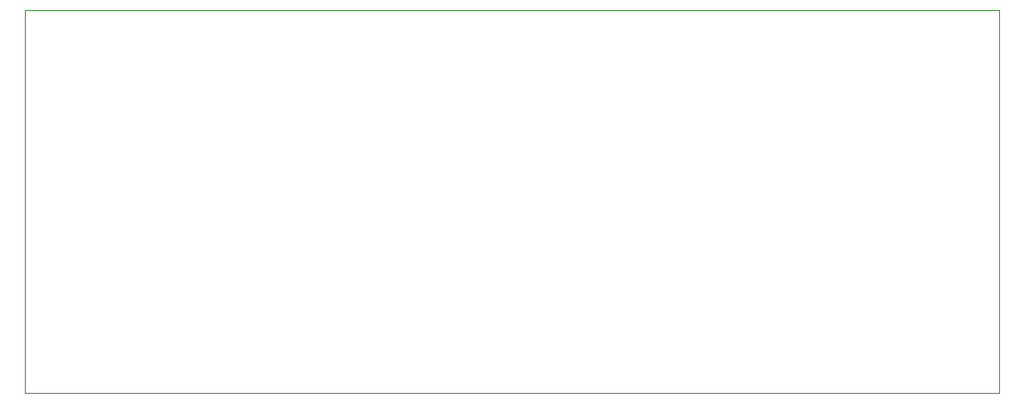
<source format=gm1>
%TF.GenerationSoftware,KiCad,Pcbnew,7.0.9-7.0.9~ubuntu23.10.1*%
%TF.CreationDate,2023-12-22T14:56:41-05:00*%
%TF.ProjectId,buttons,62757474-6f6e-4732-9e6b-696361645f70,rev?*%
%TF.SameCoordinates,Original*%
%TF.FileFunction,Profile,NP*%
%FSLAX46Y46*%
G04 Gerber Fmt 4.6, Leading zero omitted, Abs format (unit mm)*
G04 Created by KiCad (PCBNEW 7.0.9-7.0.9~ubuntu23.10.1) date 2023-12-22 14:56:41*
%MOMM*%
%LPD*%
G01*
G04 APERTURE LIST*
%TA.AperFunction,Profile*%
%ADD10C,0.100000*%
%TD*%
G04 APERTURE END LIST*
D10*
X102900000Y-90500000D02*
X192500000Y-90500000D01*
X192500000Y-125750000D01*
X102900000Y-125750000D01*
X102900000Y-90500000D01*
M02*

</source>
